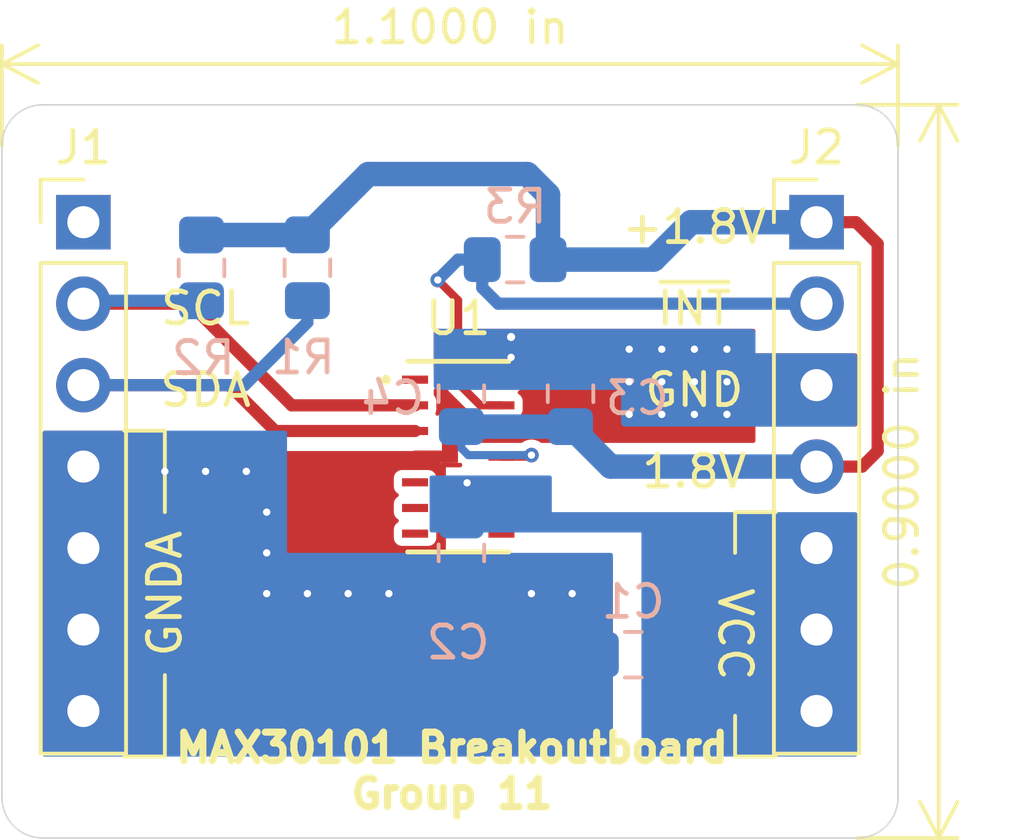
<source format=kicad_pcb>
(kicad_pcb (version 20171130) (host pcbnew 5.1.5)

  (general
    (thickness 1.6)
    (drawings 28)
    (tracks 84)
    (zones 0)
    (modules 11)
    (nets 15)
  )

  (page A4)
  (layers
    (0 F.Cu signal)
    (31 B.Cu signal)
    (32 B.Adhes user hide)
    (33 F.Adhes user hide)
    (34 B.Paste user)
    (35 F.Paste user hide)
    (36 B.SilkS user)
    (37 F.SilkS user)
    (38 B.Mask user)
    (39 F.Mask user)
    (40 Dwgs.User user hide)
    (41 Cmts.User user)
    (42 Eco1.User user)
    (43 Eco2.User user)
    (44 Edge.Cuts user)
    (45 Margin user)
    (46 B.CrtYd user)
    (47 F.CrtYd user hide)
    (48 B.Fab user)
    (49 F.Fab user)
  )

  (setup
    (last_trace_width 0.25)
    (user_trace_width 0.127)
    (user_trace_width 0.1524)
    (user_trace_width 0.2286)
    (user_trace_width 0.254)
    (user_trace_width 0.381)
    (user_trace_width 0.508)
    (user_trace_width 0.762)
    (user_trace_width 1.016)
    (user_trace_width 1.27)
    (trace_clearance 0.2)
    (zone_clearance 0.254)
    (zone_45_only no)
    (trace_min 0.127)
    (via_size 0.8)
    (via_drill 0.4)
    (via_min_size 0.45)
    (via_min_drill 0.2)
    (user_via 0.4572 0.2286)
    (user_via 0.4826 0.254)
    (user_via 0.508 0.381)
    (user_via 0.762 0.635)
    (uvia_size 0.3)
    (uvia_drill 0.1)
    (uvias_allowed no)
    (uvia_min_size 0.2)
    (uvia_min_drill 0.1)
    (edge_width 0.05)
    (segment_width 0.2)
    (pcb_text_width 0.3)
    (pcb_text_size 1.5 1.5)
    (mod_edge_width 0.12)
    (mod_text_size 1 1)
    (mod_text_width 0.15)
    (pad_size 0.5 0.5)
    (pad_drill 0)
    (pad_to_mask_clearance 0.051)
    (solder_mask_min_width 0.25)
    (aux_axis_origin 0 0)
    (visible_elements 7FFFFFFF)
    (pcbplotparams
      (layerselection 0x010f0_ffffffff)
      (usegerberextensions false)
      (usegerberattributes false)
      (usegerberadvancedattributes false)
      (creategerberjobfile false)
      (excludeedgelayer true)
      (linewidth 0.100000)
      (plotframeref false)
      (viasonmask false)
      (mode 1)
      (useauxorigin false)
      (hpglpennumber 1)
      (hpglpenspeed 20)
      (hpglpendiameter 15.000000)
      (psnegative false)
      (psa4output false)
      (plotreference true)
      (plotvalue true)
      (plotinvisibletext false)
      (padsonsilk false)
      (subtractmaskfromsilk false)
      (outputformat 1)
      (mirror false)
      (drillshape 0)
      (scaleselection 1)
      (outputdirectory "Gerbers/"))
  )

  (net 0 "")
  (net 1 VCC)
  (net 2 GNDA)
  (net 3 GND)
  (net 4 +1V8)
  (net 5 "Net-(J1-Pad3)")
  (net 6 "Net-(J1-Pad2)")
  (net 7 "Net-(J1-Pad1)")
  (net 8 "Net-(J2-Pad2)")
  (net 9 "Net-(U1-Pad1)")
  (net 10 "Net-(U1-Pad5)")
  (net 11 "Net-(U1-Pad6)")
  (net 12 "Net-(U1-Pad7)")
  (net 13 "Net-(U1-Pad8)")
  (net 14 "Net-(U1-Pad14)")

  (net_class Default "This is the default net class."
    (clearance 0.2)
    (trace_width 0.25)
    (via_dia 0.8)
    (via_drill 0.4)
    (uvia_dia 0.3)
    (uvia_drill 0.1)
    (add_net +1V8)
    (add_net GND)
    (add_net GNDA)
    (add_net "Net-(J1-Pad1)")
    (add_net "Net-(J1-Pad2)")
    (add_net "Net-(J1-Pad3)")
    (add_net "Net-(J2-Pad2)")
    (add_net "Net-(U1-Pad1)")
    (add_net "Net-(U1-Pad14)")
    (add_net "Net-(U1-Pad5)")
    (add_net "Net-(U1-Pad6)")
    (add_net "Net-(U1-Pad7)")
    (add_net "Net-(U1-Pad8)")
    (add_net VCC)
  )

  (module Capacitor_SMD:C_0805_2012Metric_Pad1.15x1.40mm_HandSolder (layer B.Cu) (tedit 5B36C52B) (tstamp 5DC3734B)
    (at 17.145 -1.905 180)
    (descr "Capacitor SMD 0805 (2012 Metric), square (rectangular) end terminal, IPC_7351 nominal with elongated pad for handsoldering. (Body size source: https://docs.google.com/spreadsheets/d/1BsfQQcO9C6DZCsRaXUlFlo91Tg2WpOkGARC1WS5S8t0/edit?usp=sharing), generated with kicad-footprint-generator")
    (tags "capacitor handsolder")
    (path /5DC20374)
    (attr smd)
    (fp_text reference C1 (at 0 1.65) (layer B.SilkS)
      (effects (font (size 1 1) (thickness 0.15)) (justify mirror))
    )
    (fp_text value 10uF (at 0 -1.65 180) (layer B.Fab)
      (effects (font (size 1 1) (thickness 0.15)) (justify mirror))
    )
    (fp_line (start -1 -0.6) (end -1 0.6) (layer B.Fab) (width 0.1))
    (fp_line (start -1 0.6) (end 1 0.6) (layer B.Fab) (width 0.1))
    (fp_line (start 1 0.6) (end 1 -0.6) (layer B.Fab) (width 0.1))
    (fp_line (start 1 -0.6) (end -1 -0.6) (layer B.Fab) (width 0.1))
    (fp_line (start -0.261252 0.71) (end 0.261252 0.71) (layer B.SilkS) (width 0.12))
    (fp_line (start -0.261252 -0.71) (end 0.261252 -0.71) (layer B.SilkS) (width 0.12))
    (fp_line (start -1.85 -0.95) (end -1.85 0.95) (layer B.CrtYd) (width 0.05))
    (fp_line (start -1.85 0.95) (end 1.85 0.95) (layer B.CrtYd) (width 0.05))
    (fp_line (start 1.85 0.95) (end 1.85 -0.95) (layer B.CrtYd) (width 0.05))
    (fp_line (start 1.85 -0.95) (end -1.85 -0.95) (layer B.CrtYd) (width 0.05))
    (fp_text user %R (at 0 0 180) (layer B.Fab)
      (effects (font (size 0.5 0.5) (thickness 0.08)) (justify mirror))
    )
    (pad 1 smd roundrect (at -1.025 0 180) (size 1.15 1.4) (layers B.Cu B.Paste B.Mask) (roundrect_rratio 0.217391)
      (net 1 VCC))
    (pad 2 smd roundrect (at 1.025 0 180) (size 1.15 1.4) (layers B.Cu B.Paste B.Mask) (roundrect_rratio 0.217391)
      (net 2 GNDA))
    (model ${KISYS3DMOD}/Capacitor_SMD.3dshapes/C_0805_2012Metric.wrl
      (at (xyz 0 0 0))
      (scale (xyz 1 1 1))
      (rotate (xyz 0 0 0))
    )
  )

  (module Capacitor_SMD:C_0805_2012Metric_Pad1.15x1.40mm_HandSolder (layer B.Cu) (tedit 5B36C52B) (tstamp 5DC37719)
    (at 11.7856 -5.08 270)
    (descr "Capacitor SMD 0805 (2012 Metric), square (rectangular) end terminal, IPC_7351 nominal with elongated pad for handsoldering. (Body size source: https://docs.google.com/spreadsheets/d/1BsfQQcO9C6DZCsRaXUlFlo91Tg2WpOkGARC1WS5S8t0/edit?usp=sharing), generated with kicad-footprint-generator")
    (tags "capacitor handsolder")
    (path /5DC1BC70)
    (attr smd)
    (fp_text reference C2 (at 2.794 0.1016) (layer B.SilkS)
      (effects (font (size 1 1) (thickness 0.15)) (justify mirror))
    )
    (fp_text value 1uF (at 0 -1.65 270) (layer B.Fab)
      (effects (font (size 1 1) (thickness 0.15)) (justify mirror))
    )
    (fp_line (start -1 -0.6) (end -1 0.6) (layer B.Fab) (width 0.1))
    (fp_line (start -1 0.6) (end 1 0.6) (layer B.Fab) (width 0.1))
    (fp_line (start 1 0.6) (end 1 -0.6) (layer B.Fab) (width 0.1))
    (fp_line (start 1 -0.6) (end -1 -0.6) (layer B.Fab) (width 0.1))
    (fp_line (start -0.261252 0.71) (end 0.261252 0.71) (layer B.SilkS) (width 0.12))
    (fp_line (start -0.261252 -0.71) (end 0.261252 -0.71) (layer B.SilkS) (width 0.12))
    (fp_line (start -1.85 -0.95) (end -1.85 0.95) (layer B.CrtYd) (width 0.05))
    (fp_line (start -1.85 0.95) (end 1.85 0.95) (layer B.CrtYd) (width 0.05))
    (fp_line (start 1.85 0.95) (end 1.85 -0.95) (layer B.CrtYd) (width 0.05))
    (fp_line (start 1.85 -0.95) (end -1.85 -0.95) (layer B.CrtYd) (width 0.05))
    (fp_text user %R (at 0 0 270) (layer B.Fab)
      (effects (font (size 0.5 0.5) (thickness 0.08)) (justify mirror))
    )
    (pad 1 smd roundrect (at -1.025 0 270) (size 1.15 1.4) (layers B.Cu B.Paste B.Mask) (roundrect_rratio 0.217391)
      (net 1 VCC))
    (pad 2 smd roundrect (at 1.025 0 270) (size 1.15 1.4) (layers B.Cu B.Paste B.Mask) (roundrect_rratio 0.217391)
      (net 2 GNDA))
    (model ${KISYS3DMOD}/Capacitor_SMD.3dshapes/C_0805_2012Metric.wrl
      (at (xyz 0 0 0))
      (scale (xyz 1 1 1))
      (rotate (xyz 0 0 0))
    )
  )

  (module Capacitor_SMD:C_0805_2012Metric_Pad1.15x1.40mm_HandSolder (layer B.Cu) (tedit 5B36C52B) (tstamp 5DC272D6)
    (at 15.1892 -10.042 90)
    (descr "Capacitor SMD 0805 (2012 Metric), square (rectangular) end terminal, IPC_7351 nominal with elongated pad for handsoldering. (Body size source: https://docs.google.com/spreadsheets/d/1BsfQQcO9C6DZCsRaXUlFlo91Tg2WpOkGARC1WS5S8t0/edit?usp=sharing), generated with kicad-footprint-generator")
    (tags "capacitor handsolder")
    (path /5DC7646F)
    (attr smd)
    (fp_text reference C3 (at -0.136 2.0828) (layer B.SilkS)
      (effects (font (size 1 1) (thickness 0.15)) (justify mirror))
    )
    (fp_text value 10uF (at -0.136 1.778 90) (layer B.Fab)
      (effects (font (size 1 1) (thickness 0.15)) (justify mirror))
    )
    (fp_text user %R (at 0 0 270) (layer B.Fab)
      (effects (font (size 0.5 0.5) (thickness 0.08)) (justify mirror))
    )
    (fp_line (start 1.85 -0.95) (end -1.85 -0.95) (layer B.CrtYd) (width 0.05))
    (fp_line (start 1.85 0.95) (end 1.85 -0.95) (layer B.CrtYd) (width 0.05))
    (fp_line (start -1.85 0.95) (end 1.85 0.95) (layer B.CrtYd) (width 0.05))
    (fp_line (start -1.85 -0.95) (end -1.85 0.95) (layer B.CrtYd) (width 0.05))
    (fp_line (start -0.261252 -0.71) (end 0.261252 -0.71) (layer B.SilkS) (width 0.12))
    (fp_line (start -0.261252 0.71) (end 0.261252 0.71) (layer B.SilkS) (width 0.12))
    (fp_line (start 1 -0.6) (end -1 -0.6) (layer B.Fab) (width 0.1))
    (fp_line (start 1 0.6) (end 1 -0.6) (layer B.Fab) (width 0.1))
    (fp_line (start -1 0.6) (end 1 0.6) (layer B.Fab) (width 0.1))
    (fp_line (start -1 -0.6) (end -1 0.6) (layer B.Fab) (width 0.1))
    (pad 2 smd roundrect (at 1.025 0 90) (size 1.15 1.4) (layers B.Cu B.Paste B.Mask) (roundrect_rratio 0.217391)
      (net 3 GND))
    (pad 1 smd roundrect (at -1.025 0 90) (size 1.15 1.4) (layers B.Cu B.Paste B.Mask) (roundrect_rratio 0.217391)
      (net 4 +1V8))
    (model ${KISYS3DMOD}/Capacitor_SMD.3dshapes/C_0805_2012Metric.wrl
      (at (xyz 0 0 0))
      (scale (xyz 1 1 1))
      (rotate (xyz 0 0 0))
    )
  )

  (module Capacitor_SMD:C_0805_2012Metric_Pad1.15x1.40mm_HandSolder (layer B.Cu) (tedit 5B36C52B) (tstamp 5DC272A6)
    (at 11.7856 -10.042 90)
    (descr "Capacitor SMD 0805 (2012 Metric), square (rectangular) end terminal, IPC_7351 nominal with elongated pad for handsoldering. (Body size source: https://docs.google.com/spreadsheets/d/1BsfQQcO9C6DZCsRaXUlFlo91Tg2WpOkGARC1WS5S8t0/edit?usp=sharing), generated with kicad-footprint-generator")
    (tags "capacitor handsolder")
    (path /5DC76756)
    (attr smd)
    (fp_text reference C4 (at -0.136 -2.1336) (layer B.SilkS)
      (effects (font (size 1 1) (thickness 0.15)) (justify mirror))
    )
    (fp_text value 1uF (at 0.118 -1.905 270) (layer B.Fab)
      (effects (font (size 1 1) (thickness 0.15)) (justify mirror))
    )
    (fp_text user %R (at -0.19 0.02 270) (layer B.Fab)
      (effects (font (size 0.5 0.5) (thickness 0.08)) (justify mirror))
    )
    (fp_line (start 1.85 -0.95) (end -1.85 -0.95) (layer B.CrtYd) (width 0.05))
    (fp_line (start 1.85 0.95) (end 1.85 -0.95) (layer B.CrtYd) (width 0.05))
    (fp_line (start -1.85 0.95) (end 1.85 0.95) (layer B.CrtYd) (width 0.05))
    (fp_line (start -1.85 -0.95) (end -1.85 0.95) (layer B.CrtYd) (width 0.05))
    (fp_line (start -0.261252 -0.71) (end 0.261252 -0.71) (layer B.SilkS) (width 0.12))
    (fp_line (start -0.261252 0.71) (end 0.261252 0.71) (layer B.SilkS) (width 0.12))
    (fp_line (start 1 -0.6) (end -1 -0.6) (layer B.Fab) (width 0.1))
    (fp_line (start 1 0.6) (end 1 -0.6) (layer B.Fab) (width 0.1))
    (fp_line (start -1 0.6) (end 1 0.6) (layer B.Fab) (width 0.1))
    (fp_line (start -1 -0.6) (end -1 0.6) (layer B.Fab) (width 0.1))
    (pad 2 smd roundrect (at 1.025 0 90) (size 1.15 1.4) (layers B.Cu B.Paste B.Mask) (roundrect_rratio 0.217391)
      (net 3 GND))
    (pad 1 smd roundrect (at -1.025 0 90) (size 1.15 1.4) (layers B.Cu B.Paste B.Mask) (roundrect_rratio 0.217391)
      (net 4 +1V8))
    (model ${KISYS3DMOD}/Capacitor_SMD.3dshapes/C_0805_2012Metric.wrl
      (at (xyz 0 0 0))
      (scale (xyz 1 1 1))
      (rotate (xyz 0 0 0))
    )
  )

  (module Connector_PinHeader_2.54mm:PinHeader_1x07_P2.54mm_Vertical (layer F.Cu) (tedit 59FED5CC) (tstamp 5DC22775)
    (at 0 -15.39)
    (descr "Through hole straight pin header, 1x07, 2.54mm pitch, single row")
    (tags "Through hole pin header THT 1x07 2.54mm single row")
    (path /5DC16007)
    (fp_text reference J1 (at 0 -2.33) (layer F.SilkS)
      (effects (font (size 1 1) (thickness 0.15)))
    )
    (fp_text value Left (at 0 17.57) (layer F.Fab)
      (effects (font (size 1 1) (thickness 0.15)))
    )
    (fp_text user %R (at 0 7.62 90) (layer F.Fab)
      (effects (font (size 1 1) (thickness 0.15)))
    )
    (fp_line (start 1.8 -1.8) (end -1.8 -1.8) (layer F.CrtYd) (width 0.05))
    (fp_line (start 1.8 17.05) (end 1.8 -1.8) (layer F.CrtYd) (width 0.05))
    (fp_line (start -1.8 17.05) (end 1.8 17.05) (layer F.CrtYd) (width 0.05))
    (fp_line (start -1.8 -1.8) (end -1.8 17.05) (layer F.CrtYd) (width 0.05))
    (fp_line (start -1.33 -1.33) (end 0 -1.33) (layer F.SilkS) (width 0.12))
    (fp_line (start -1.33 0) (end -1.33 -1.33) (layer F.SilkS) (width 0.12))
    (fp_line (start -1.33 1.27) (end 1.33 1.27) (layer F.SilkS) (width 0.12))
    (fp_line (start 1.33 1.27) (end 1.33 16.57) (layer F.SilkS) (width 0.12))
    (fp_line (start -1.33 1.27) (end -1.33 16.57) (layer F.SilkS) (width 0.12))
    (fp_line (start -1.33 16.57) (end 1.33 16.57) (layer F.SilkS) (width 0.12))
    (fp_line (start -1.27 -0.635) (end -0.635 -1.27) (layer F.Fab) (width 0.1))
    (fp_line (start -1.27 16.51) (end -1.27 -0.635) (layer F.Fab) (width 0.1))
    (fp_line (start 1.27 16.51) (end -1.27 16.51) (layer F.Fab) (width 0.1))
    (fp_line (start 1.27 -1.27) (end 1.27 16.51) (layer F.Fab) (width 0.1))
    (fp_line (start -0.635 -1.27) (end 1.27 -1.27) (layer F.Fab) (width 0.1))
    (pad 7 thru_hole oval (at 0 15.24) (size 1.7 1.7) (drill 1) (layers *.Cu *.Mask)
      (net 2 GNDA))
    (pad 6 thru_hole oval (at 0 12.7) (size 1.7 1.7) (drill 1) (layers *.Cu *.Mask)
      (net 2 GNDA))
    (pad 5 thru_hole oval (at 0 10.16) (size 1.7 1.7) (drill 1) (layers *.Cu *.Mask)
      (net 2 GNDA))
    (pad 4 thru_hole oval (at 0 7.62) (size 1.7 1.7) (drill 1) (layers *.Cu *.Mask)
      (net 2 GNDA))
    (pad 3 thru_hole oval (at 0 5.08) (size 1.7 1.7) (drill 1) (layers *.Cu *.Mask)
      (net 5 "Net-(J1-Pad3)"))
    (pad 2 thru_hole oval (at 0 2.54) (size 1.7 1.7) (drill 1) (layers *.Cu *.Mask)
      (net 6 "Net-(J1-Pad2)"))
    (pad 1 thru_hole rect (at 0 0) (size 1.7 1.7) (drill 1) (layers *.Cu *.Mask)
      (net 7 "Net-(J1-Pad1)"))
    (model ${KISYS3DMOD}/Connector_PinHeader_2.54mm.3dshapes/PinHeader_1x07_P2.54mm_Vertical.wrl
      (at (xyz 0 0 0))
      (scale (xyz 1 1 1))
      (rotate (xyz 0 0 0))
    )
  )

  (module Connector_PinHeader_2.54mm:PinHeader_1x07_P2.54mm_Vertical (layer F.Cu) (tedit 59FED5CC) (tstamp 5DC3070D)
    (at 22.86 -15.39)
    (descr "Through hole straight pin header, 1x07, 2.54mm pitch, single row")
    (tags "Through hole pin header THT 1x07 2.54mm single row")
    (path /5DC15417)
    (fp_text reference J2 (at 0 -2.33) (layer F.SilkS)
      (effects (font (size 1 1) (thickness 0.15)))
    )
    (fp_text value Right (at 0 17.57) (layer F.Fab)
      (effects (font (size 1 1) (thickness 0.15)))
    )
    (fp_line (start -0.635 -1.27) (end 1.27 -1.27) (layer F.Fab) (width 0.1))
    (fp_line (start 1.27 -1.27) (end 1.27 16.51) (layer F.Fab) (width 0.1))
    (fp_line (start 1.27 16.51) (end -1.27 16.51) (layer F.Fab) (width 0.1))
    (fp_line (start -1.27 16.51) (end -1.27 -0.635) (layer F.Fab) (width 0.1))
    (fp_line (start -1.27 -0.635) (end -0.635 -1.27) (layer F.Fab) (width 0.1))
    (fp_line (start -1.33 16.57) (end 1.33 16.57) (layer F.SilkS) (width 0.12))
    (fp_line (start -1.33 1.27) (end -1.33 16.57) (layer F.SilkS) (width 0.12))
    (fp_line (start 1.33 1.27) (end 1.33 16.57) (layer F.SilkS) (width 0.12))
    (fp_line (start -1.33 1.27) (end 1.33 1.27) (layer F.SilkS) (width 0.12))
    (fp_line (start -1.33 0) (end -1.33 -1.33) (layer F.SilkS) (width 0.12))
    (fp_line (start -1.33 -1.33) (end 0 -1.33) (layer F.SilkS) (width 0.12))
    (fp_line (start -1.8 -1.8) (end -1.8 17.05) (layer F.CrtYd) (width 0.05))
    (fp_line (start -1.8 17.05) (end 1.8 17.05) (layer F.CrtYd) (width 0.05))
    (fp_line (start 1.8 17.05) (end 1.8 -1.8) (layer F.CrtYd) (width 0.05))
    (fp_line (start 1.8 -1.8) (end -1.8 -1.8) (layer F.CrtYd) (width 0.05))
    (fp_text user %R (at 0 7.62 90) (layer F.Fab)
      (effects (font (size 1 1) (thickness 0.15)))
    )
    (pad 1 thru_hole rect (at 0 0) (size 1.7 1.7) (drill 1) (layers *.Cu *.Mask)
      (net 4 +1V8))
    (pad 2 thru_hole oval (at 0 2.54) (size 1.7 1.7) (drill 1) (layers *.Cu *.Mask)
      (net 8 "Net-(J2-Pad2)"))
    (pad 3 thru_hole oval (at 0 5.08) (size 1.7 1.7) (drill 1) (layers *.Cu *.Mask)
      (net 3 GND))
    (pad 4 thru_hole oval (at 0 7.62) (size 1.7 1.7) (drill 1) (layers *.Cu *.Mask)
      (net 4 +1V8))
    (pad 5 thru_hole oval (at 0 10.16) (size 1.7 1.7) (drill 1) (layers *.Cu *.Mask)
      (net 1 VCC))
    (pad 6 thru_hole oval (at 0 12.7) (size 1.7 1.7) (drill 1) (layers *.Cu *.Mask)
      (net 1 VCC))
    (pad 7 thru_hole oval (at 0 15.24) (size 1.7 1.7) (drill 1) (layers *.Cu *.Mask)
      (net 1 VCC))
    (model ${KISYS3DMOD}/Connector_PinHeader_2.54mm.3dshapes/PinHeader_1x07_P2.54mm_Vertical.wrl
      (at (xyz 0 0 0))
      (scale (xyz 1 1 1))
      (rotate (xyz 0 0 0))
    )
  )

  (module Resistor_SMD:R_0805_2012Metric_Pad1.15x1.40mm_HandSolder (layer B.Cu) (tedit 5B36C52B) (tstamp 5DC289F8)
    (at 6.985 -13.97 270)
    (descr "Resistor SMD 0805 (2012 Metric), square (rectangular) end terminal, IPC_7351 nominal with elongated pad for handsoldering. (Body size source: https://docs.google.com/spreadsheets/d/1BsfQQcO9C6DZCsRaXUlFlo91Tg2WpOkGARC1WS5S8t0/edit?usp=sharing), generated with kicad-footprint-generator")
    (tags "resistor handsolder")
    (path /5DC1FF9C)
    (attr smd)
    (fp_text reference R1 (at 2.794 0.127 180) (layer B.SilkS)
      (effects (font (size 1 1) (thickness 0.15)) (justify mirror))
    )
    (fp_text value 1.5k (at 0 -1.65 270) (layer B.Fab)
      (effects (font (size 1 1) (thickness 0.15)) (justify mirror))
    )
    (fp_line (start -1 -0.6) (end -1 0.6) (layer B.Fab) (width 0.1))
    (fp_line (start -1 0.6) (end 1 0.6) (layer B.Fab) (width 0.1))
    (fp_line (start 1 0.6) (end 1 -0.6) (layer B.Fab) (width 0.1))
    (fp_line (start 1 -0.6) (end -1 -0.6) (layer B.Fab) (width 0.1))
    (fp_line (start -0.261252 0.71) (end 0.261252 0.71) (layer B.SilkS) (width 0.12))
    (fp_line (start -0.261252 -0.71) (end 0.261252 -0.71) (layer B.SilkS) (width 0.12))
    (fp_line (start -1.85 -0.95) (end -1.85 0.95) (layer B.CrtYd) (width 0.05))
    (fp_line (start -1.85 0.95) (end 1.85 0.95) (layer B.CrtYd) (width 0.05))
    (fp_line (start 1.85 0.95) (end 1.85 -0.95) (layer B.CrtYd) (width 0.05))
    (fp_line (start 1.85 -0.95) (end -1.85 -0.95) (layer B.CrtYd) (width 0.05))
    (fp_text user %R (at 0 0 90) (layer B.Fab)
      (effects (font (size 0.5 0.5) (thickness 0.08)) (justify mirror))
    )
    (pad 1 smd roundrect (at -1.025 0 270) (size 1.15 1.4) (layers B.Cu B.Paste B.Mask) (roundrect_rratio 0.217391)
      (net 4 +1V8))
    (pad 2 smd roundrect (at 1.025 0 270) (size 1.15 1.4) (layers B.Cu B.Paste B.Mask) (roundrect_rratio 0.217391)
      (net 5 "Net-(J1-Pad3)"))
    (model ${KISYS3DMOD}/Resistor_SMD.3dshapes/R_0805_2012Metric.wrl
      (at (xyz 0 0 0))
      (scale (xyz 1 1 1))
      (rotate (xyz 0 0 0))
    )
  )

  (module Resistor_SMD:R_0805_2012Metric_Pad1.15x1.40mm_HandSolder (layer B.Cu) (tedit 5B36C52B) (tstamp 5DC289C8)
    (at 3.683 -13.966 270)
    (descr "Resistor SMD 0805 (2012 Metric), square (rectangular) end terminal, IPC_7351 nominal with elongated pad for handsoldering. (Body size source: https://docs.google.com/spreadsheets/d/1BsfQQcO9C6DZCsRaXUlFlo91Tg2WpOkGARC1WS5S8t0/edit?usp=sharing), generated with kicad-footprint-generator")
    (tags "resistor handsolder")
    (path /5DC1FDF2)
    (attr smd)
    (fp_text reference R2 (at 2.81 -0.055) (layer B.SilkS)
      (effects (font (size 1 1) (thickness 0.15)) (justify mirror))
    )
    (fp_text value 1.5k (at 0 -1.65 270) (layer B.Fab)
      (effects (font (size 1 1) (thickness 0.15)) (justify mirror))
    )
    (fp_text user %R (at 0 0 270) (layer B.Fab)
      (effects (font (size 0.5 0.5) (thickness 0.08)) (justify mirror))
    )
    (fp_line (start 1.85 -0.95) (end -1.85 -0.95) (layer B.CrtYd) (width 0.05))
    (fp_line (start 1.85 0.95) (end 1.85 -0.95) (layer B.CrtYd) (width 0.05))
    (fp_line (start -1.85 0.95) (end 1.85 0.95) (layer B.CrtYd) (width 0.05))
    (fp_line (start -1.85 -0.95) (end -1.85 0.95) (layer B.CrtYd) (width 0.05))
    (fp_line (start -0.261252 -0.71) (end 0.261252 -0.71) (layer B.SilkS) (width 0.12))
    (fp_line (start -0.261252 0.71) (end 0.261252 0.71) (layer B.SilkS) (width 0.12))
    (fp_line (start 1 -0.6) (end -1 -0.6) (layer B.Fab) (width 0.1))
    (fp_line (start 1 0.6) (end 1 -0.6) (layer B.Fab) (width 0.1))
    (fp_line (start -1 0.6) (end 1 0.6) (layer B.Fab) (width 0.1))
    (fp_line (start -1 -0.6) (end -1 0.6) (layer B.Fab) (width 0.1))
    (pad 2 smd roundrect (at 1.025 0 270) (size 1.15 1.4) (layers B.Cu B.Paste B.Mask) (roundrect_rratio 0.217391)
      (net 6 "Net-(J1-Pad2)"))
    (pad 1 smd roundrect (at -1.025 0 270) (size 1.15 1.4) (layers B.Cu B.Paste B.Mask) (roundrect_rratio 0.217391)
      (net 4 +1V8))
    (model ${KISYS3DMOD}/Resistor_SMD.3dshapes/R_0805_2012Metric.wrl
      (at (xyz 0 0 0))
      (scale (xyz 1 1 1))
      (rotate (xyz 0 0 0))
    )
  )

  (module Resistor_SMD:R_0805_2012Metric_Pad1.15x1.40mm_HandSolder (layer B.Cu) (tedit 5B36C52B) (tstamp 5DC28305)
    (at 13.462 -14.224 180)
    (descr "Resistor SMD 0805 (2012 Metric), square (rectangular) end terminal, IPC_7351 nominal with elongated pad for handsoldering. (Body size source: https://docs.google.com/spreadsheets/d/1BsfQQcO9C6DZCsRaXUlFlo91Tg2WpOkGARC1WS5S8t0/edit?usp=sharing), generated with kicad-footprint-generator")
    (tags "resistor handsolder")
    (path /5DC1CF8D)
    (attr smd)
    (fp_text reference R3 (at 0 1.65) (layer B.SilkS)
      (effects (font (size 1 1) (thickness 0.15)) (justify mirror))
    )
    (fp_text value 1.5k (at 0 -1.65) (layer B.Fab)
      (effects (font (size 1 1) (thickness 0.15)) (justify mirror))
    )
    (fp_line (start -1 -0.6) (end -1 0.6) (layer B.Fab) (width 0.1))
    (fp_line (start -1 0.6) (end 1 0.6) (layer B.Fab) (width 0.1))
    (fp_line (start 1 0.6) (end 1 -0.6) (layer B.Fab) (width 0.1))
    (fp_line (start 1 -0.6) (end -1 -0.6) (layer B.Fab) (width 0.1))
    (fp_line (start -0.261252 0.71) (end 0.261252 0.71) (layer B.SilkS) (width 0.12))
    (fp_line (start -0.261252 -0.71) (end 0.261252 -0.71) (layer B.SilkS) (width 0.12))
    (fp_line (start -1.85 -0.95) (end -1.85 0.95) (layer B.CrtYd) (width 0.05))
    (fp_line (start -1.85 0.95) (end 1.85 0.95) (layer B.CrtYd) (width 0.05))
    (fp_line (start 1.85 0.95) (end 1.85 -0.95) (layer B.CrtYd) (width 0.05))
    (fp_line (start 1.85 -0.95) (end -1.85 -0.95) (layer B.CrtYd) (width 0.05))
    (fp_text user %R (at 0 0) (layer B.Fab)
      (effects (font (size 0.5 0.5) (thickness 0.08)) (justify mirror))
    )
    (pad 1 smd roundrect (at -1.025 0 180) (size 1.15 1.4) (layers B.Cu B.Paste B.Mask) (roundrect_rratio 0.217391)
      (net 4 +1V8))
    (pad 2 smd roundrect (at 1.025 0 180) (size 1.15 1.4) (layers B.Cu B.Paste B.Mask) (roundrect_rratio 0.217391)
      (net 8 "Net-(J2-Pad2)"))
    (model ${KISYS3DMOD}/Resistor_SMD.3dshapes/R_0805_2012Metric.wrl
      (at (xyz 0 0 0))
      (scale (xyz 1 1 1))
      (rotate (xyz 0 0 0))
    )
  )

  (module Maxim_HR:MAX30101EFD+ (layer F.Cu) (tedit 5DC106F5) (tstamp 5DC2724E)
    (at 11.688 -8.08)
    (path /5DC11DB2)
    (fp_text reference U1 (at 0 -4.318) (layer F.SilkS)
      (effects (font (size 1 1) (thickness 0.15)))
    )
    (fp_text value MAX30101EFD+ (at 0 4.826) (layer Dwgs.User)
      (effects (font (size 1 1) (thickness 0.15)))
    )
    (fp_line (start -1.5748 2.9718) (end 1.5748 2.9718) (layer F.SilkS) (width 0.1524))
    (fp_line (start 1.5748 -2.9718) (end -1.5748 -2.9718) (layer F.SilkS) (width 0.1524))
    (fp_line (start -1.4478 2.8448) (end 1.4478 2.8448) (layer F.Fab) (width 0.1524))
    (fp_line (start 1.4478 2.8448) (end 1.4478 -2.8448) (layer F.Fab) (width 0.1524))
    (fp_line (start 1.4478 -2.8448) (end -1.4478 -2.8448) (layer F.Fab) (width 0.1524))
    (fp_line (start -1.4478 -2.8448) (end -1.4478 2.8448) (layer F.Fab) (width 0.1524))
    (fp_line (start -2.0066 -2.781) (end -1.7018 -2.781) (layer F.CrtYd) (width 0.1524))
    (fp_line (start -1.7018 -2.781) (end -1.7018 -3.0988) (layer F.CrtYd) (width 0.1524))
    (fp_line (start -1.7018 -3.0988) (end 1.7018 -3.0988) (layer F.CrtYd) (width 0.1524))
    (fp_line (start 1.7018 -3.0988) (end 1.7018 -2.781) (layer F.CrtYd) (width 0.1524))
    (fp_line (start 1.7018 -2.781) (end 2.0066 -2.781) (layer F.CrtYd) (width 0.1524))
    (fp_line (start 2.0066 2.781) (end 1.7018 2.781) (layer F.CrtYd) (width 0.1524))
    (fp_line (start 1.7018 2.781) (end 1.7018 3.0988) (layer F.CrtYd) (width 0.1524))
    (fp_line (start 1.7018 3.0988) (end -1.7018 3.0988) (layer F.CrtYd) (width 0.1524))
    (fp_line (start -1.7018 3.0988) (end -1.7018 2.781) (layer F.CrtYd) (width 0.1524))
    (fp_line (start -1.7018 2.781) (end -2.0066 2.781) (layer F.CrtYd) (width 0.1524))
    (fp_arc (start 0 -2.8448) (end 0.3048 -2.8448) (angle 180) (layer F.Fab) (width 0.1524))
    (fp_circle (center -2.2542 -2.4) (end -2.178 -2.4) (layer F.SilkS) (width 0.1524))
    (fp_circle (center -0.9398 -2.4) (end -0.8636 -2.4) (layer F.Fab) (width 0.1524))
    (pad 1 smd rect (at -1.3462 -2.4) (size 0.8128 0.254) (layers F.Cu F.Paste F.Mask)
      (net 9 "Net-(U1-Pad1)"))
    (pad 2 smd rect (at -1.3462 -1.599999) (size 0.8128 0.254) (layers F.Cu F.Paste F.Mask)
      (net 6 "Net-(J1-Pad2)"))
    (pad 3 smd rect (at -1.3462 -0.800001) (size 0.8128 0.254) (layers F.Cu F.Paste F.Mask)
      (net 5 "Net-(J1-Pad3)"))
    (pad 4 smd rect (at -1.3462 0) (size 0.8128 0.254) (layers F.Cu F.Paste F.Mask)
      (net 2 GNDA))
    (pad 5 smd rect (at -1.3462 0.799998) (size 0.8128 0.254) (layers F.Cu F.Paste F.Mask)
      (net 10 "Net-(U1-Pad5)"))
    (pad 6 smd rect (at -1.3462 1.599999) (size 0.8128 0.254) (layers F.Cu F.Paste F.Mask)
      (net 11 "Net-(U1-Pad6)"))
    (pad 7 smd rect (at -1.3462 2.4) (size 0.8128 0.254) (layers F.Cu F.Paste F.Mask)
      (net 12 "Net-(U1-Pad7)"))
    (pad 8 smd rect (at 1.3462 2.4) (size 0.8128 0.254) (layers F.Cu F.Paste F.Mask)
      (net 13 "Net-(U1-Pad8)"))
    (pad 9 smd rect (at 1.3462 1.599999) (size 0.8128 0.254) (layers F.Cu F.Paste F.Mask)
      (net 1 VCC))
    (pad 10 smd rect (at 1.3462 0.800001) (size 0.8128 0.254) (layers F.Cu F.Paste F.Mask)
      (net 1 VCC))
    (pad 11 smd rect (at 1.3462 0) (size 0.8128 0.254) (layers F.Cu F.Paste F.Mask)
      (net 4 +1V8))
    (pad 12 smd rect (at 1.3462 -0.799998) (size 0.8128 0.254) (layers F.Cu F.Paste F.Mask)
      (net 3 GND))
    (pad 13 smd rect (at 1.3462 -1.599999) (size 0.8128 0.254) (layers F.Cu F.Paste F.Mask)
      (net 8 "Net-(J2-Pad2)"))
    (pad 14 smd rect (at 1.3462 -2.4) (size 0.8128 0.254) (layers F.Cu F.Paste F.Mask)
      (net 14 "Net-(U1-Pad14)"))
  )

  (module NetTie:NetTie-2_SMD_Pad0.5mm (layer F.Cu) (tedit 5DC317F0) (tstamp 5DC371E1)
    (at 11.43 -8.636 90)
    (descr "Net tie, 2 pin, 0.5mm square SMD pads")
    (tags "net tie")
    (path /5DC333BC)
    (attr virtual)
    (fp_text reference NT1 (at 0 -1.2 90) (layer F.Fab) hide
      (effects (font (size 1 1) (thickness 0.15)))
    )
    (fp_text value "AGND - GND" (at 0 1.2 90) (layer F.Fab)
      (effects (font (size 1 1) (thickness 0.15)))
    )
    (fp_poly (pts (xy -0.5 -0.25) (xy 0.5 -0.25) (xy 0.5 0.25) (xy -0.5 0.25)) (layer F.Cu) (width 0))
    (fp_line (start 1 -0.5) (end -1 -0.5) (layer F.CrtYd) (width 0.05))
    (fp_line (start 1 0.5) (end 1 -0.5) (layer F.CrtYd) (width 0.05))
    (fp_line (start -1 0.5) (end 1 0.5) (layer F.CrtYd) (width 0.05))
    (fp_line (start -1 -0.5) (end -1 0.5) (layer F.CrtYd) (width 0.05))
    (pad 1 smd rect (at -0.5 0 90) (size 0.5 0.5) (layers F.Cu)
      (net 2 GNDA))
    (pad 2 smd rect (at 0.5 0 90) (size 0.5 0.5) (layers F.Cu)
      (net 3 GND) (zone_connect 2) (thermal_width 1.27) (thermal_gap 0.127))
  )

  (dimension 27.94 (width 0.12) (layer F.SilkS)
    (gr_text "1.1000 in" (at 11.43 -21.59) (layer F.SilkS)
      (effects (font (size 1 1) (thickness 0.15)))
    )
    (feature1 (pts (xy -2.54 -17.78) (xy -2.54 -20.906421)))
    (feature2 (pts (xy 25.4 -17.78) (xy 25.4 -20.906421)))
    (crossbar (pts (xy 25.4 -20.32) (xy -2.54 -20.32)))
    (arrow1a (pts (xy -2.54 -20.32) (xy -1.413496 -20.906421)))
    (arrow1b (pts (xy -2.54 -20.32) (xy -1.413496 -19.733579)))
    (arrow2a (pts (xy 25.4 -20.32) (xy 24.273496 -20.906421)))
    (arrow2b (pts (xy 25.4 -20.32) (xy 24.273496 -19.733579)))
  )
  (dimension 22.86 (width 0.12) (layer F.SilkS)
    (gr_text "0.9000 in" (at 27.94 -7.62 270) (layer F.SilkS)
      (effects (font (size 1 1) (thickness 0.15)))
    )
    (feature1 (pts (xy 24.13 3.81) (xy 27.256421 3.81)))
    (feature2 (pts (xy 24.13 -19.05) (xy 27.256421 -19.05)))
    (crossbar (pts (xy 26.67 -19.05) (xy 26.67 3.81)))
    (arrow1a (pts (xy 26.67 3.81) (xy 26.083579 2.683496)))
    (arrow1b (pts (xy 26.67 3.81) (xy 27.256421 2.683496)))
    (arrow2a (pts (xy 26.67 -19.05) (xy 26.083579 -17.923496)))
    (arrow2b (pts (xy 26.67 -19.05) (xy 27.256421 -17.923496)))
  )
  (gr_arc (start 24.13 -17.78) (end 25.4 -17.78) (angle -90) (layer Edge.Cuts) (width 0.05))
  (gr_arc (start -1.27 -17.78) (end -1.27 -19.05) (angle -90) (layer Edge.Cuts) (width 0.05))
  (gr_arc (start -1.27 2.54) (end -2.54 2.54) (angle -90) (layer Edge.Cuts) (width 0.05))
  (gr_arc (start 24.13 2.54) (end 24.13 3.81) (angle -90) (layer Edge.Cuts) (width 0.05))
  (gr_text "MAX30101 Breakoutboard\nGroup 11" (at 11.4935 1.7145) (layer F.SilkS)
    (effects (font (size 0.889 0.889) (thickness 0.22225)))
  )
  (gr_text +1.8V (at 19.05 -15.24) (layer F.SilkS)
    (effects (font (size 1 1) (thickness 0.15)))
  )
  (gr_text ~INT (at 19.05 -12.7) (layer F.SilkS)
    (effects (font (size 1 1) (thickness 0.15)))
  )
  (gr_text GND (at 19.05 -10.16) (layer F.SilkS)
    (effects (font (size 1 1) (thickness 0.15)))
  )
  (gr_text 1.8V (at 19.05 -7.62) (layer F.SilkS)
    (effects (font (size 1 1) (thickness 0.15)))
  )
  (gr_text VCC (at 20.32 -2.54 270) (layer F.SilkS)
    (effects (font (size 1 1) (thickness 0.15)))
  )
  (gr_line (start 20.32 1.27) (end 20.32 0) (layer F.SilkS) (width 0.12))
  (gr_line (start 20.32 1.27) (end 21.59 1.27) (layer F.SilkS) (width 0.12))
  (gr_line (start 20.32 -6.35) (end 20.32 -5.08) (layer F.SilkS) (width 0.12))
  (gr_line (start 21.59 -6.35) (end 20.32 -6.35) (layer F.SilkS) (width 0.12))
  (gr_text SCL (at 3.81 -12.7) (layer F.SilkS)
    (effects (font (size 1 1) (thickness 0.15)))
  )
  (gr_text SDA (at 3.81 -10.16) (layer F.SilkS)
    (effects (font (size 1 1) (thickness 0.15)))
  )
  (gr_text GNDA (at 2.54 -3.81 90) (layer F.SilkS)
    (effects (font (size 1 1) (thickness 0.15)))
  )
  (gr_line (start 2.54 1.27) (end 2.54 -1.27) (layer F.SilkS) (width 0.12))
  (gr_line (start 2.54 1.27) (end 1.27 1.27) (layer F.SilkS) (width 0.12))
  (gr_line (start 2.54 -8.89) (end 2.54 -6.35) (layer F.SilkS) (width 0.12))
  (gr_line (start 1.27 -8.89) (end 2.54 -8.89) (layer F.SilkS) (width 0.12))
  (gr_line (start 25.4 -17.78) (end 25.4 -17.78) (layer Edge.Cuts) (width 0.05) (tstamp 5DC2739D))
  (gr_line (start 25.4 -17.78) (end 25.4 2.54) (layer Edge.Cuts) (width 0.05) (tstamp 5DC2739C))
  (gr_line (start -2.54 2.54) (end -2.54 -17.78) (layer Edge.Cuts) (width 0.05) (tstamp 5DC23109))
  (gr_line (start 24.13 3.81) (end -1.27 3.81) (layer Edge.Cuts) (width 0.05))
  (gr_line (start -1.27 -19.05) (end 24.13 -19.05) (layer Edge.Cuts) (width 0.05))

  (via (at 11.9634 -7.2644) (size 0.4572) (drill 0.2286) (layers F.Cu B.Cu) (net 1))
  (segment (start 11.7856 -6.105) (end 11.7856 -7.0866) (width 0.381) (layer B.Cu) (net 1))
  (segment (start 11.7856 -7.0866) (end 11.9634 -7.2644) (width 0.381) (layer B.Cu) (net 1))
  (segment (start 13.018601 -7.2644) (end 13.0342 -7.279999) (width 0.381) (layer F.Cu) (net 1))
  (segment (start 11.9634 -7.2644) (end 13.018601 -7.2644) (width 0.381) (layer F.Cu) (net 1))
  (segment (start 13.0342 -7.279999) (end 13.0342 -6.480001) (width 0.381) (layer F.Cu) (net 1))
  (segment (start 10.3978 -8.136) (end 10.3418 -8.08) (width 0.254) (layer F.Cu) (net 2))
  (via (at 2.54 -7.62) (size 0.4572) (drill 0.2286) (layers F.Cu B.Cu) (net 2))
  (via (at 3.81 -7.62) (size 0.4572) (drill 0.2286) (layers F.Cu B.Cu) (net 2))
  (via (at 5.08 -7.62) (size 0.4572) (drill 0.2286) (layers F.Cu B.Cu) (net 2))
  (via (at 5.715 -6.35) (size 0.4572) (drill 0.2286) (layers F.Cu B.Cu) (net 2))
  (via (at 5.715 -5.08) (size 0.4572) (drill 0.2286) (layers F.Cu B.Cu) (net 2) (tstamp 5DC375A4))
  (via (at 5.715 -3.81) (size 0.4572) (drill 0.2286) (layers F.Cu B.Cu) (net 2))
  (via (at 6.985 -3.81) (size 0.4572) (drill 0.2286) (layers F.Cu B.Cu) (net 2))
  (via (at 8.255 -3.81) (size 0.4572) (drill 0.2286) (layers F.Cu B.Cu) (net 2))
  (via (at 9.525 -3.81) (size 0.4572) (drill 0.2286) (layers F.Cu B.Cu) (net 2))
  (via (at 13.97 -3.81) (size 0.4572) (drill 0.2286) (layers F.Cu B.Cu) (net 2))
  (via (at 15.24 -3.81) (size 0.4572) (drill 0.2286) (layers F.Cu B.Cu) (net 2))
  (segment (start 11.374 -8.08) (end 11.43 -8.136) (width 0.381) (layer F.Cu) (net 2))
  (segment (start 10.3418 -8.08) (end 11.374 -8.08) (width 0.381) (layer F.Cu) (net 2))
  (via (at 13.335 -11.811) (size 0.4826) (drill 0.254) (layers F.Cu B.Cu) (net 3))
  (via (at 13.335 -11.176) (size 0.4572) (drill 0.2286) (layers F.Cu B.Cu) (net 3))
  (segment (start 12.3738 -8.879998) (end 12.109798 -9.144) (width 0.254) (layer F.Cu) (net 3))
  (segment (start 13.0342 -8.879998) (end 12.3738 -8.879998) (width 0.254) (layer F.Cu) (net 3))
  (segment (start 12.101798 -9.136) (end 11.43 -9.136) (width 0.254) (layer F.Cu) (net 3))
  (segment (start 12.109798 -9.144) (end 12.101798 -9.136) (width 0.254) (layer F.Cu) (net 3))
  (segment (start 11.43 -9.136) (end 11.43 -9.652) (width 0.254) (layer F.Cu) (net 3))
  (via (at 17.018 -11.43) (size 0.4572) (drill 0.2286) (layers F.Cu B.Cu) (net 3))
  (via (at 18.034 -11.43) (size 0.4572) (drill 0.2286) (layers F.Cu B.Cu) (net 3))
  (via (at 19.05 -11.43) (size 0.4572) (drill 0.2286) (layers F.Cu B.Cu) (net 3))
  (via (at 20.066 -11.43) (size 0.4572) (drill 0.2286) (layers F.Cu B.Cu) (net 3))
  (via (at 17.018 -10.414) (size 0.4572) (drill 0.2286) (layers F.Cu B.Cu) (net 3))
  (via (at 18.034 -10.414) (size 0.4572) (drill 0.2286) (layers F.Cu B.Cu) (net 3))
  (via (at 19.05 -10.414) (size 0.4572) (drill 0.2286) (layers F.Cu B.Cu) (net 3))
  (via (at 20.066 -10.414) (size 0.4572) (drill 0.2286) (layers F.Cu B.Cu) (net 3))
  (via (at 17.018 -9.398) (size 0.4572) (drill 0.2286) (layers F.Cu B.Cu) (net 3))
  (via (at 18.034 -9.398) (size 0.4572) (drill 0.2286) (layers F.Cu B.Cu) (net 3))
  (via (at 19.05 -9.398) (size 0.4572) (drill 0.2286) (layers F.Cu B.Cu) (net 3))
  (via (at 20.066 -9.398) (size 0.4572) (drill 0.2286) (layers F.Cu B.Cu) (net 3))
  (segment (start 16.4362 -7.77) (end 15.1892 -9.017) (width 0.762) (layer B.Cu) (net 4))
  (segment (start 22.86 -7.77) (end 16.4362 -7.77) (width 0.762) (layer B.Cu) (net 4))
  (segment (start 15.1892 -9.017) (end 11.7856 -9.017) (width 0.762) (layer B.Cu) (net 4))
  (segment (start 8.881 -16.891) (end 13.843 -16.891) (width 0.762) (layer B.Cu) (net 4))
  (segment (start 14.487 -16.247) (end 14.487 -14.224) (width 0.762) (layer B.Cu) (net 4))
  (segment (start 13.843 -16.891) (end 14.487 -16.247) (width 0.762) (layer B.Cu) (net 4))
  (segment (start 14.487 -14.224) (end 17.78 -14.224) (width 0.762) (layer B.Cu) (net 4))
  (segment (start 18.946 -15.39) (end 22.86 -15.39) (width 0.762) (layer B.Cu) (net 4))
  (segment (start 17.78 -14.224) (end 18.946 -15.39) (width 0.762) (layer B.Cu) (net 4))
  (segment (start 6.981 -14.991) (end 6.985 -14.995) (width 0.762) (layer B.Cu) (net 4))
  (segment (start 6.985 -14.995) (end 8.881 -16.891) (width 0.762) (layer B.Cu) (net 4))
  (segment (start 3.683 -14.991) (end 6.981 -14.991) (width 0.762) (layer B.Cu) (net 4))
  (segment (start 24.091 -15.39) (end 22.86 -15.39) (width 0.381) (layer F.Cu) (net 4))
  (segment (start 24.765 -14.716) (end 24.091 -15.39) (width 0.381) (layer F.Cu) (net 4))
  (segment (start 24.28 -7.77) (end 24.765 -8.255) (width 0.381) (layer F.Cu) (net 4))
  (segment (start 24.765 -8.255) (end 24.765 -14.716) (width 0.381) (layer F.Cu) (net 4))
  (segment (start 22.86 -7.77) (end 24.28 -7.77) (width 0.381) (layer F.Cu) (net 4))
  (segment (start 11.7856 -8.342) (end 11.9996 -8.128) (width 0.254) (layer B.Cu) (net 4))
  (segment (start 11.7856 -9.017) (end 11.7856 -8.342) (width 0.254) (layer B.Cu) (net 4))
  (via (at 13.97 -8.128) (size 0.4572) (drill 0.2286) (layers F.Cu B.Cu) (net 4))
  (segment (start 11.9996 -8.128) (end 13.97 -8.128) (width 0.254) (layer B.Cu) (net 4))
  (segment (start 13.922 -8.08) (end 13.97 -8.128) (width 0.254) (layer F.Cu) (net 4))
  (segment (start 13.0342 -8.08) (end 13.922 -8.08) (width 0.254) (layer F.Cu) (net 4))
  (segment (start 4.549 -10.31) (end 0 -10.31) (width 0.381) (layer F.Cu) (net 5))
  (segment (start 10.3418 -8.880001) (end 5.978999 -8.880001) (width 0.381) (layer F.Cu) (net 5))
  (segment (start 5.978999 -8.880001) (end 4.549 -10.31) (width 0.381) (layer F.Cu) (net 5))
  (segment (start 6.985 -12.945) (end 6.985 -12.27) (width 0.381) (layer B.Cu) (net 5))
  (segment (start 5.025 -10.31) (end 1.202081 -10.31) (width 0.381) (layer B.Cu) (net 5))
  (segment (start 1.202081 -10.31) (end 0 -10.31) (width 0.381) (layer B.Cu) (net 5))
  (segment (start 6.985 -12.27) (end 5.025 -10.31) (width 0.381) (layer B.Cu) (net 5))
  (segment (start 10.3418 -9.679999) (end 6.495001 -9.679999) (width 0.381) (layer F.Cu) (net 6))
  (segment (start 6.495001 -9.679999) (end 3.325 -12.85) (width 0.381) (layer F.Cu) (net 6))
  (segment (start 3.325 -12.85) (end 0 -12.85) (width 0.381) (layer F.Cu) (net 6))
  (segment (start 0.091 -12.941) (end 0 -12.85) (width 0.381) (layer B.Cu) (net 6))
  (segment (start 3.683 -12.941) (end 0.091 -12.941) (width 0.381) (layer B.Cu) (net 6))
  (segment (start 12.437 -13.344) (end 12.437 -14.224) (width 0.381) (layer B.Cu) (net 8))
  (segment (start 22.86 -12.85) (end 12.931 -12.85) (width 0.381) (layer B.Cu) (net 8))
  (segment (start 12.931 -12.85) (end 12.437 -13.344) (width 0.381) (layer B.Cu) (net 8))
  (via (at 11.049 -13.589) (size 0.4572) (drill 0.2286) (layers F.Cu B.Cu) (net 8))
  (segment (start 12.437 -14.224) (end 11.684 -14.224) (width 0.381) (layer B.Cu) (net 8))
  (segment (start 11.684 -14.224) (end 11.049 -13.589) (width 0.381) (layer B.Cu) (net 8))
  (segment (start 12.3738 -9.679999) (end 11.684 -10.369799) (width 0.254) (layer F.Cu) (net 8))
  (segment (start 13.0342 -9.679999) (end 12.3738 -9.679999) (width 0.254) (layer F.Cu) (net 8))
  (segment (start 11.684 -12.954) (end 11.049 -13.589) (width 0.254) (layer F.Cu) (net 8))
  (segment (start 11.684 -10.369799) (end 11.684 -12.954) (width 0.254) (layer F.Cu) (net 8))

  (zone (net 3) (net_name GND) (layer F.Cu) (tstamp 5DC3782F) (hatch edge 0.508)
    (connect_pads yes (clearance 0.254))
    (min_thickness 0.127)
    (fill yes (arc_segments 32) (thermal_gap 0.127) (thermal_bridge_width 1.016))
    (polygon
      (pts
        (xy 12.065 -8.509) (xy 12.065 -8.89) (xy 10.922 -8.89) (xy 10.922 -12.065) (xy 16.129 -12.065)
        (xy 20.955 -12.065) (xy 20.955 -11.303) (xy 24.13 -11.303) (xy 24.13 -9.017) (xy 20.955 -9.017)
        (xy 20.955 -8.509)
      )
    )
    (filled_polygon
      (pts
        (xy 11.2395 -10.391619) (xy 11.237351 -10.369799) (xy 11.2395 -10.347979) (xy 11.2395 -10.34797) (xy 11.245932 -10.282663)
        (xy 11.261631 -10.23091) (xy 11.271349 -10.198874) (xy 11.312624 -10.121654) (xy 11.340464 -10.087731) (xy 11.368171 -10.05397)
        (xy 11.385129 -10.040053) (xy 12.044058 -9.381123) (xy 12.057971 -9.36417) (xy 12.074924 -9.350257) (xy 12.074927 -9.350254)
        (xy 12.125654 -9.308623) (xy 12.193666 -9.27227) (xy 12.202874 -9.267348) (xy 12.286663 -9.241931) (xy 12.35197 -9.235499)
        (xy 12.35198 -9.235499) (xy 12.3738 -9.23335) (xy 12.39562 -9.235499) (xy 12.612204 -9.235499) (xy 12.6278 -9.233963)
        (xy 13.4406 -9.233963) (xy 13.502841 -9.240093) (xy 13.56269 -9.258248) (xy 13.617847 -9.28773) (xy 13.666193 -9.327406)
        (xy 13.705869 -9.375752) (xy 13.735351 -9.430909) (xy 13.753506 -9.490758) (xy 13.759636 -9.552999) (xy 13.759636 -9.806999)
        (xy 13.753506 -9.86924) (xy 13.735351 -9.929089) (xy 13.705869 -9.984246) (xy 13.666193 -10.032592) (xy 13.617847 -10.072268)
        (xy 13.603382 -10.08) (xy 13.617847 -10.087731) (xy 13.666193 -10.127407) (xy 13.705869 -10.175753) (xy 13.735351 -10.23091)
        (xy 13.753506 -10.290759) (xy 13.759636 -10.353) (xy 13.759636 -10.607) (xy 13.753506 -10.669241) (xy 13.735351 -10.72909)
        (xy 13.705869 -10.784247) (xy 13.666193 -10.832593) (xy 13.617847 -10.872269) (xy 13.56269 -10.901751) (xy 13.502841 -10.919906)
        (xy 13.4406 -10.926036) (xy 12.6278 -10.926036) (xy 12.565559 -10.919906) (xy 12.50571 -10.901751) (xy 12.450553 -10.872269)
        (xy 12.402207 -10.832593) (xy 12.362531 -10.784247) (xy 12.333049 -10.72909) (xy 12.314894 -10.669241) (xy 12.308764 -10.607)
        (xy 12.308764 -10.373652) (xy 12.1285 -10.553916) (xy 12.1285 -12.0015) (xy 20.8915 -12.0015) (xy 20.8915 -11.303)
        (xy 20.89272 -11.290612) (xy 20.896334 -11.2787) (xy 20.902202 -11.267721) (xy 20.910099 -11.258099) (xy 20.919721 -11.250202)
        (xy 20.9307 -11.244334) (xy 20.942612 -11.24072) (xy 20.955 -11.2395) (xy 24.0665 -11.2395) (xy 24.0665 -9.0805)
        (xy 20.955 -9.0805) (xy 20.942612 -9.07928) (xy 20.9307 -9.075666) (xy 20.919721 -9.069798) (xy 20.910099 -9.061901)
        (xy 20.902202 -9.052279) (xy 20.896334 -9.0413) (xy 20.89272 -9.029388) (xy 20.8915 -9.017) (xy 20.8915 -8.5725)
        (xy 14.287712 -8.5725) (xy 14.228675 -8.611947) (xy 14.129291 -8.653113) (xy 14.023786 -8.6741) (xy 13.916214 -8.6741)
        (xy 13.810709 -8.653113) (xy 13.711325 -8.611947) (xy 13.652288 -8.5725) (xy 12.1285 -8.5725) (xy 12.1285 -8.89)
        (xy 12.12728 -8.902388) (xy 12.123666 -8.9143) (xy 12.117798 -8.925279) (xy 12.109901 -8.934901) (xy 12.100279 -8.942798)
        (xy 12.0893 -8.948666) (xy 12.077388 -8.95228) (xy 12.065 -8.9535) (xy 11.9975 -8.9535) (xy 11.9975 -9.136)
        (xy 11.994583 -9.165749) (xy 11.991876 -9.195494) (xy 11.991561 -9.196563) (xy 11.991453 -9.197669) (xy 11.982834 -9.226215)
        (xy 11.974381 -9.254938) (xy 11.973864 -9.255927) (xy 11.973543 -9.25699) (xy 11.95955 -9.283306) (xy 11.945673 -9.309851)
        (xy 11.944974 -9.310721) (xy 11.944452 -9.311702) (xy 11.925577 -9.334846) (xy 11.906845 -9.358143) (xy 11.905993 -9.358858)
        (xy 11.905289 -9.359721) (xy 11.882293 -9.378745) (xy 11.859377 -9.397974) (xy 11.858399 -9.398512) (xy 11.857544 -9.399219)
        (xy 11.83127 -9.413426) (xy 11.805077 -9.427825) (xy 11.804018 -9.428161) (xy 11.803036 -9.428692) (xy 11.77447 -9.437534)
        (xy 11.746012 -9.446562) (xy 11.744904 -9.446686) (xy 11.743842 -9.447015) (xy 11.714159 -9.450135) (xy 11.684433 -9.453469)
        (xy 11.682293 -9.453484) (xy 11.682217 -9.453492) (xy 11.68214 -9.453485) (xy 11.68 -9.4535) (xy 11.18 -9.4535)
        (xy 11.150251 -9.450583) (xy 11.120506 -9.447876) (xy 11.119437 -9.447561) (xy 11.118331 -9.447453) (xy 11.089785 -9.438834)
        (xy 11.061062 -9.430381) (xy 11.060073 -9.429864) (xy 11.05901 -9.429543) (xy 11.035555 -9.417072) (xy 11.042951 -9.430909)
        (xy 11.061106 -9.490758) (xy 11.067236 -9.552999) (xy 11.067236 -9.806999) (xy 11.061106 -9.86924) (xy 11.042951 -9.929089)
        (xy 11.013469 -9.984246) (xy 10.9855 -10.018327) (xy 10.9855 -10.141672) (xy 11.013469 -10.175753) (xy 11.042951 -10.23091)
        (xy 11.061106 -10.290759) (xy 11.067236 -10.353) (xy 11.067236 -10.607) (xy 11.061106 -10.669241) (xy 11.042951 -10.72909)
        (xy 11.013469 -10.784247) (xy 10.9855 -10.818328) (xy 10.9855 -12.0015) (xy 11.239501 -12.0015)
      )
    )
  )
  (zone (net 3) (net_name GND) (layer B.Cu) (tstamp 5DC3782C) (hatch edge 0.508)
    (connect_pads yes (clearance 0.254))
    (min_thickness 0.254)
    (fill yes (arc_segments 32) (thermal_gap 0.508) (thermal_bridge_width 1.016))
    (polygon
      (pts
        (xy 24.13 -11.303) (xy 24.13 -9.017) (xy 16.764 -9.017) (xy 16.764 -10.16) (xy 10.922 -10.16)
        (xy 10.922 -12.065) (xy 20.955 -12.065) (xy 20.955 -11.303)
      )
    )
    (filled_polygon
      (pts
        (xy 20.828 -11.303) (xy 20.83044 -11.278224) (xy 20.837667 -11.254399) (xy 20.849403 -11.232443) (xy 20.865197 -11.213197)
        (xy 20.884443 -11.197403) (xy 20.906399 -11.185667) (xy 20.930224 -11.17844) (xy 20.955 -11.176) (xy 24.003 -11.176)
        (xy 24.003 -9.144) (xy 16.891 -9.144) (xy 16.891 -10.16) (xy 16.88856 -10.184776) (xy 16.881333 -10.208601)
        (xy 16.869597 -10.230557) (xy 16.853803 -10.249803) (xy 16.834557 -10.265597) (xy 16.812601 -10.277333) (xy 16.788776 -10.28456)
        (xy 16.764 -10.287) (xy 11.049 -10.287) (xy 11.049 -11.938) (xy 20.828 -11.938)
      )
    )
  )
  (zone (net 2) (net_name GNDA) (layer F.Cu) (tstamp 5DC37829) (hatch edge 0.508)
    (connect_pads yes (clearance 0.254))
    (min_thickness 0.127)
    (fill yes (arc_segments 32) (thermal_gap 0.254) (thermal_bridge_width 1.016))
    (polygon
      (pts
        (xy 11.811 -8.255) (xy 2.286 -8.255) (xy 2.286 -8.89) (xy -1.27 -8.89) (xy -1.27 1.27)
        (xy 11.5824 1.27) (xy 16.51 1.27) (xy 16.51 -4.953) (xy 11.303 -4.953) (xy 11.303 -7.62)
        (xy 11.303 -7.747) (xy 11.811 -7.747)
      )
    )
    (filled_polygon
      (pts
        (xy 2.2225 -8.255) (xy 2.22372 -8.242612) (xy 2.227334 -8.2307) (xy 2.233202 -8.219721) (xy 2.241099 -8.210099)
        (xy 2.250721 -8.202202) (xy 2.2617 -8.196334) (xy 2.273612 -8.19272) (xy 2.286 -8.1915) (xy 10.8625 -8.1915)
        (xy 10.8625 -8.136) (xy 10.865417 -8.106251) (xy 10.868124 -8.076506) (xy 10.868439 -8.075437) (xy 10.868547 -8.074331)
        (xy 10.877166 -8.045785) (xy 10.885619 -8.017062) (xy 10.886136 -8.016073) (xy 10.886457 -8.01501) (xy 10.90045 -7.988694)
        (xy 10.914327 -7.962149) (xy 10.915026 -7.961279) (xy 10.915548 -7.960298) (xy 10.934423 -7.937154) (xy 10.953155 -7.913857)
        (xy 10.954007 -7.913142) (xy 10.954711 -7.912279) (xy 10.977707 -7.893255) (xy 11.000623 -7.874026) (xy 11.001601 -7.873488)
        (xy 11.002456 -7.872781) (xy 11.02873 -7.858574) (xy 11.054923 -7.844175) (xy 11.055982 -7.843839) (xy 11.056964 -7.843308)
        (xy 11.08553 -7.834466) (xy 11.113988 -7.825438) (xy 11.115096 -7.825314) (xy 11.116158 -7.824985) (xy 11.145841 -7.821865)
        (xy 11.175567 -7.818531) (xy 11.177707 -7.818516) (xy 11.177783 -7.818508) (xy 11.17786 -7.818515) (xy 11.18 -7.8185)
        (xy 11.68 -7.8185) (xy 11.709749 -7.821417) (xy 11.739494 -7.824124) (xy 11.740563 -7.824439) (xy 11.741669 -7.824547)
        (xy 11.7475 -7.826308) (xy 11.7475 -7.8105) (xy 11.303 -7.8105) (xy 11.290612 -7.80928) (xy 11.2787 -7.805666)
        (xy 11.267721 -7.799798) (xy 11.258099 -7.791901) (xy 11.250202 -7.782279) (xy 11.244334 -7.7713) (xy 11.24072 -7.759388)
        (xy 11.2395 -7.747) (xy 11.2395 -4.953) (xy 11.24072 -4.940612) (xy 11.244334 -4.9287) (xy 11.250202 -4.917721)
        (xy 11.258099 -4.908099) (xy 11.267721 -4.900202) (xy 11.2787 -4.894334) (xy 11.290612 -4.89072) (xy 11.303 -4.8895)
        (xy 16.4465 -4.8895) (xy 16.4465 1.2065) (xy -1.2065 1.2065) (xy -1.2065 -7.407002) (xy 9.616364 -7.407002)
        (xy 9.616364 -7.153002) (xy 9.622494 -7.090761) (xy 9.640649 -7.030912) (xy 9.670131 -6.975755) (xy 9.709807 -6.927409)
        (xy 9.758153 -6.887733) (xy 9.772618 -6.880002) (xy 9.758153 -6.87227) (xy 9.709807 -6.832594) (xy 9.670131 -6.784248)
        (xy 9.640649 -6.729091) (xy 9.622494 -6.669242) (xy 9.616364 -6.607001) (xy 9.616364 -6.353001) (xy 9.622494 -6.29076)
        (xy 9.640649 -6.230911) (xy 9.670131 -6.175754) (xy 9.709807 -6.127408) (xy 9.758153 -6.087732) (xy 9.772618 -6.080001)
        (xy 9.758153 -6.072269) (xy 9.709807 -6.032593) (xy 9.670131 -5.984247) (xy 9.640649 -5.92909) (xy 9.622494 -5.869241)
        (xy 9.616364 -5.807) (xy 9.616364 -5.553) (xy 9.622494 -5.490759) (xy 9.640649 -5.43091) (xy 9.670131 -5.375753)
        (xy 9.709807 -5.327407) (xy 9.758153 -5.287731) (xy 9.81331 -5.258249) (xy 9.873159 -5.240094) (xy 9.9354 -5.233964)
        (xy 10.7482 -5.233964) (xy 10.810441 -5.240094) (xy 10.87029 -5.258249) (xy 10.925447 -5.287731) (xy 10.973793 -5.327407)
        (xy 11.013469 -5.375753) (xy 11.042951 -5.43091) (xy 11.061106 -5.490759) (xy 11.067236 -5.553) (xy 11.067236 -5.807)
        (xy 11.061106 -5.869241) (xy 11.042951 -5.92909) (xy 11.013469 -5.984247) (xy 10.973793 -6.032593) (xy 10.925447 -6.072269)
        (xy 10.910982 -6.080001) (xy 10.925447 -6.087732) (xy 10.973793 -6.127408) (xy 11.013469 -6.175754) (xy 11.042951 -6.230911)
        (xy 11.061106 -6.29076) (xy 11.067236 -6.353001) (xy 11.067236 -6.607001) (xy 11.061106 -6.669242) (xy 11.042951 -6.729091)
        (xy 11.013469 -6.784248) (xy 10.973793 -6.832594) (xy 10.925447 -6.87227) (xy 10.910982 -6.880002) (xy 10.925447 -6.887733)
        (xy 10.973793 -6.927409) (xy 11.013469 -6.975755) (xy 11.042951 -7.030912) (xy 11.061106 -7.090761) (xy 11.067236 -7.153002)
        (xy 11.067236 -7.407002) (xy 11.061106 -7.469243) (xy 11.042951 -7.529092) (xy 11.013469 -7.584249) (xy 10.973793 -7.632595)
        (xy 10.925447 -7.672271) (xy 10.87029 -7.701753) (xy 10.810441 -7.719908) (xy 10.7482 -7.726038) (xy 9.9354 -7.726038)
        (xy 9.873159 -7.719908) (xy 9.81331 -7.701753) (xy 9.758153 -7.672271) (xy 9.709807 -7.632595) (xy 9.670131 -7.584249)
        (xy 9.640649 -7.529092) (xy 9.622494 -7.469243) (xy 9.616364 -7.407002) (xy -1.2065 -7.407002) (xy -1.2065 -8.8265)
        (xy 2.2225 -8.8265)
      )
    )
  )
  (zone (net 2) (net_name GNDA) (layer B.Cu) (tstamp 5DC37826) (hatch edge 0.508)
    (connect_pads yes (clearance 0.254))
    (min_thickness 0.127)
    (fill yes (arc_segments 32) (thermal_gap 0.127) (thermal_bridge_width 1.016))
    (polygon
      (pts
        (xy 16.51 -5.08) (xy 16.51 1.27) (xy -1.27 1.27) (xy -1.27 -8.89) (xy 6.35 -8.89)
        (xy 6.35 -5.08)
      )
    )
    (filled_polygon
      (pts
        (xy 6.2865 -5.08) (xy 6.28772 -5.067612) (xy 6.291334 -5.0557) (xy 6.297202 -5.044721) (xy 6.305099 -5.035099)
        (xy 6.314721 -5.027202) (xy 6.3257 -5.021334) (xy 6.337612 -5.01772) (xy 6.35 -5.0165) (xy 16.4465 -5.0165)
        (xy 16.4465 1.2065) (xy -1.2065 1.2065) (xy -1.2065 -8.8265) (xy 6.2865 -8.8265)
      )
    )
  )
  (zone (net 1) (net_name VCC) (layer B.Cu) (tstamp 5DC37823) (hatch edge 0.508)
    (connect_pads yes (clearance 0.254))
    (min_thickness 0.127)
    (fill yes (arc_segments 32) (thermal_gap 0.127) (thermal_bridge_width 1.016))
    (polygon
      (pts
        (xy 24.13 1.27) (xy 17.399 1.27) (xy 17.399 -5.715) (xy 10.795 -5.715) (xy 10.795 -7.493)
        (xy 14.605 -7.493) (xy 14.605 -6.35) (xy 24.13 -6.35)
      )
    )
    (filled_polygon
      (pts
        (xy 14.5415 -6.35) (xy 14.54272 -6.337612) (xy 14.546334 -6.3257) (xy 14.552202 -6.314721) (xy 14.560099 -6.305099)
        (xy 14.569721 -6.297202) (xy 14.5807 -6.291334) (xy 14.592612 -6.28772) (xy 14.605 -6.2865) (xy 24.0665 -6.2865)
        (xy 24.0665 1.2065) (xy 17.4625 1.2065) (xy 17.4625 -5.715) (xy 17.46128 -5.727388) (xy 17.457666 -5.7393)
        (xy 17.451798 -5.750279) (xy 17.443901 -5.759901) (xy 17.434279 -5.767798) (xy 17.4233 -5.773666) (xy 17.411388 -5.77728)
        (xy 17.399 -5.7785) (xy 10.8585 -5.7785) (xy 10.8585 -7.4295) (xy 14.5415 -7.4295)
      )
    )
  )
)

</source>
